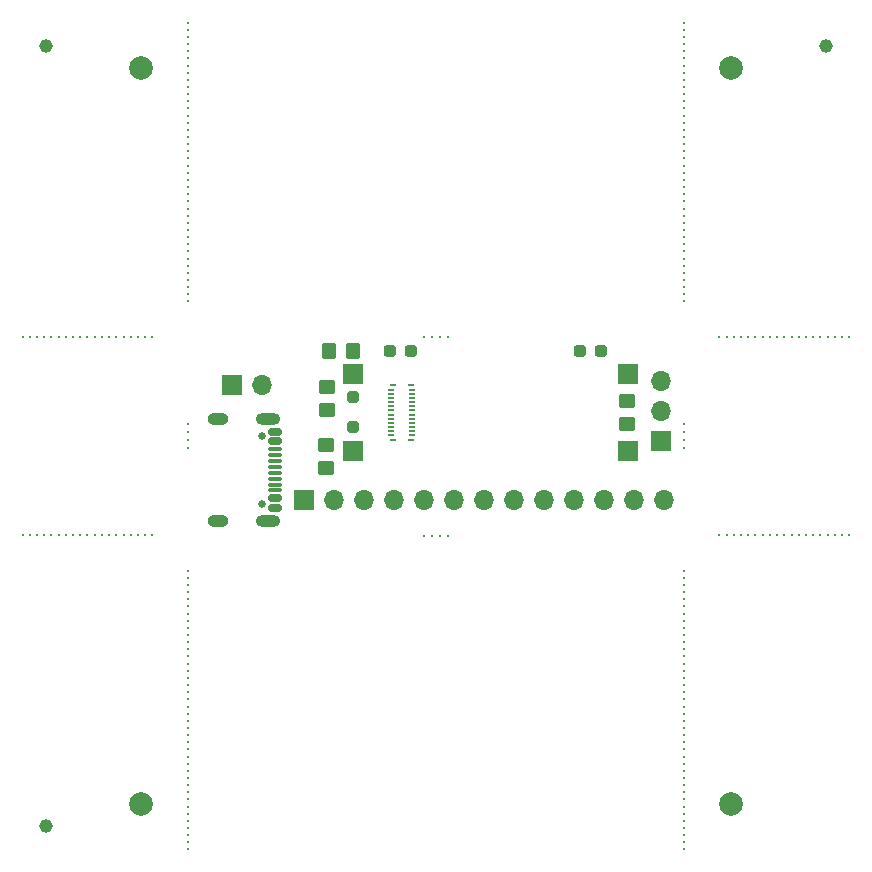
<source format=gts>
G04 #@! TF.GenerationSoftware,KiCad,Pcbnew,8.0.7*
G04 #@! TF.CreationDate,2025-01-11T17:44:09-05:00*
G04 #@! TF.ProjectId,panel,70616e65-6c2e-46b6-9963-61645f706362,rev?*
G04 #@! TF.SameCoordinates,Original*
G04 #@! TF.FileFunction,Soldermask,Top*
G04 #@! TF.FilePolarity,Negative*
%FSLAX46Y46*%
G04 Gerber Fmt 4.6, Leading zero omitted, Abs format (unit mm)*
G04 Created by KiCad (PCBNEW 8.0.7) date 2025-01-11 17:44:09*
%MOMM*%
%LPD*%
G01*
G04 APERTURE LIST*
G04 Aperture macros list*
%AMRoundRect*
0 Rectangle with rounded corners*
0 $1 Rounding radius*
0 $2 $3 $4 $5 $6 $7 $8 $9 X,Y pos of 4 corners*
0 Add a 4 corners polygon primitive as box body*
4,1,4,$2,$3,$4,$5,$6,$7,$8,$9,$2,$3,0*
0 Add four circle primitives for the rounded corners*
1,1,$1+$1,$2,$3*
1,1,$1+$1,$4,$5*
1,1,$1+$1,$6,$7*
1,1,$1+$1,$8,$9*
0 Add four rect primitives between the rounded corners*
20,1,$1+$1,$2,$3,$4,$5,0*
20,1,$1+$1,$4,$5,$6,$7,0*
20,1,$1+$1,$6,$7,$8,$9,0*
20,1,$1+$1,$8,$9,$2,$3,0*%
G04 Aperture macros list end*
%ADD10C,0.300000*%
%ADD11C,2.000000*%
%ADD12R,1.700000X1.700000*%
%ADD13O,1.700000X1.700000*%
%ADD14RoundRect,0.250000X0.450000X-0.350000X0.450000X0.350000X-0.450000X0.350000X-0.450000X-0.350000X0*%
%ADD15RoundRect,0.237500X0.287500X0.237500X-0.287500X0.237500X-0.287500X-0.237500X0.287500X-0.237500X0*%
%ADD16RoundRect,0.250000X-0.350000X-0.450000X0.350000X-0.450000X0.350000X0.450000X-0.350000X0.450000X0*%
%ADD17RoundRect,0.237500X-0.287500X-0.237500X0.287500X-0.237500X0.287500X0.237500X-0.287500X0.237500X0*%
%ADD18RoundRect,0.250000X0.250000X-0.250000X0.250000X0.250000X-0.250000X0.250000X-0.250000X-0.250000X0*%
%ADD19C,1.152000*%
%ADD20R,0.485000X0.180000*%
%ADD21R,0.535000X0.230000*%
%ADD22C,0.650000*%
%ADD23RoundRect,0.150000X-0.425000X0.150000X-0.425000X-0.150000X0.425000X-0.150000X0.425000X0.150000X0*%
%ADD24RoundRect,0.075000X-0.500000X0.075000X-0.500000X-0.075000X0.500000X-0.075000X0.500000X0.075000X0*%
%ADD25O,2.100000X1.000000*%
%ADD26O,1.800000X1.000000*%
G04 APERTURE END LIST*
D10*
G04 #@! TO.C,KiKit_MB_8_15*
X56000000Y-54871794D03*
G04 #@! TD*
G04 #@! TO.C,KiKit_MB_6_21*
X56000000Y-12102565D03*
G04 #@! TD*
G04 #@! TO.C,KiKit_MB_8_31*
X56000000Y-64553846D03*
G04 #@! TD*
G04 #@! TO.C,KiKit_MB_1_1*
X13970000Y-36000000D03*
G04 #@! TD*
G04 #@! TO.C,KiKit_MB_8_1*
X56000000Y-46400000D03*
G04 #@! TD*
G04 #@! TO.C,KiKit_MB_4_4*
X34000000Y-43430000D03*
G04 #@! TD*
G04 #@! TO.C,KiKit_MB_6_17*
X56000000Y-9682052D03*
G04 #@! TD*
G04 #@! TO.C,KiKit_MB_11_6*
X62055555Y-26600000D03*
G04 #@! TD*
G04 #@! TO.C,KiKit_MB_6_1*
X56000000Y0D03*
G04 #@! TD*
G04 #@! TO.C,KiKit_MB_8_18*
X56000000Y-56687179D03*
G04 #@! TD*
G04 #@! TO.C,KiKit_MB_7_30*
X14000000Y-63948717D03*
G04 #@! TD*
G04 #@! TO.C,KiKit_MB_7_22*
X14000000Y-59107692D03*
G04 #@! TD*
G04 #@! TO.C,KiKit_MB_11_4*
X60833333Y-26600000D03*
G04 #@! TD*
G04 #@! TO.C,KiKit_MB_5_8*
X14000000Y-4235898D03*
G04 #@! TD*
G04 #@! TO.C,KiKit_MB_8_2*
X56000000Y-47005128D03*
G04 #@! TD*
G04 #@! TO.C,KiKit_MB_9_6*
X3055556Y-26600000D03*
G04 #@! TD*
D11*
G04 #@! TO.C,KiKit_FID_T_3*
X10000000Y-66150000D03*
G04 #@! TD*
D10*
G04 #@! TO.C,KiKit_MB_8_33*
X56000000Y-65764102D03*
G04 #@! TD*
G04 #@! TO.C,KiKit_MB_5_28*
X14000000Y-16338462D03*
G04 #@! TD*
G04 #@! TO.C,KiKit_MB_8_13*
X56000000Y-53661538D03*
G04 #@! TD*
G04 #@! TO.C,KiKit_MB_6_35*
X56000000Y-20574359D03*
G04 #@! TD*
G04 #@! TO.C,KiKit_MB_11_9*
X63888888Y-26600000D03*
G04 #@! TD*
G04 #@! TO.C,KiKit_MB_4_1*
X36000000Y-43430000D03*
G04 #@! TD*
G04 #@! TO.C,KiKit_MB_8_36*
X56000000Y-67579487D03*
G04 #@! TD*
G04 #@! TO.C,KiKit_MB_7_38*
X14000000Y-68789743D03*
G04 #@! TD*
D12*
G04 #@! TO.C,J3*
X17730000Y-30670000D03*
D13*
X20270000Y-30670000D03*
G04 #@! TD*
D11*
G04 #@! TO.C,KiKit_FID_T_2*
X60000000Y-3850000D03*
G04 #@! TD*
D10*
G04 #@! TO.C,KiKit_MB_6_36*
X56000000Y-21179488D03*
G04 #@! TD*
G04 #@! TO.C,KiKit_MB_12_8*
X63277777Y-43400000D03*
G04 #@! TD*
G04 #@! TO.C,KiKit_MB_6_23*
X56000000Y-13312821D03*
G04 #@! TD*
G04 #@! TO.C,KiKit_MB_7_26*
X14000000Y-61528205D03*
G04 #@! TD*
G04 #@! TO.C,KiKit_MB_1_4*
X13970000Y-34000000D03*
G04 #@! TD*
G04 #@! TO.C,KiKit_MB_10_3*
X1222223Y-43400000D03*
G04 #@! TD*
G04 #@! TO.C,KiKit_MB_8_9*
X56000000Y-51241025D03*
G04 #@! TD*
D14*
G04 #@! TO.C,R1*
X25740000Y-32810000D03*
X25740000Y-30810000D03*
G04 #@! TD*
D10*
G04 #@! TO.C,KiKit_MB_10_18*
X10388889Y-43400000D03*
G04 #@! TD*
G04 #@! TO.C,KiKit_MB_6_15*
X56000000Y-8471795D03*
G04 #@! TD*
G04 #@! TO.C,KiKit_MB_7_29*
X14000000Y-63343589D03*
G04 #@! TD*
G04 #@! TO.C,KiKit_MB_7_6*
X14000000Y-49425641D03*
G04 #@! TD*
G04 #@! TO.C,KiKit_MB_9_8*
X4277778Y-26600000D03*
G04 #@! TD*
G04 #@! TO.C,KiKit_MB_5_17*
X14000000Y-9682052D03*
G04 #@! TD*
G04 #@! TO.C,KiKit_MB_7_3*
X14000000Y-47610256D03*
G04 #@! TD*
G04 #@! TO.C,KiKit_MB_6_10*
X56000000Y-5446154D03*
G04 #@! TD*
G04 #@! TO.C,KiKit_MB_11_8*
X63277777Y-26600000D03*
G04 #@! TD*
G04 #@! TO.C,KiKit_MB_7_40*
X14000000Y-70000000D03*
G04 #@! TD*
G04 #@! TO.C,KiKit_MB_6_13*
X56000000Y-7261539D03*
G04 #@! TD*
G04 #@! TO.C,KiKit_MB_10_15*
X8555556Y-43400000D03*
G04 #@! TD*
G04 #@! TO.C,KiKit_MB_7_16*
X14000000Y-55476923D03*
G04 #@! TD*
G04 #@! TO.C,KiKit_MB_9_11*
X6111112Y-26600000D03*
G04 #@! TD*
G04 #@! TO.C,KiKit_MB_6_27*
X56000000Y-15733334D03*
G04 #@! TD*
G04 #@! TO.C,KiKit_MB_9_12*
X6722223Y-26600000D03*
G04 #@! TD*
G04 #@! TO.C,KiKit_MB_7_27*
X14000000Y-62133333D03*
G04 #@! TD*
G04 #@! TO.C,KiKit_MB_12_1*
X59000000Y-43400000D03*
G04 #@! TD*
D15*
G04 #@! TO.C,D2*
X32875000Y-27800000D03*
X31125000Y-27800000D03*
G04 #@! TD*
D10*
G04 #@! TO.C,KiKit_MB_7_10*
X14000000Y-51846153D03*
G04 #@! TD*
G04 #@! TO.C,KiKit_MB_8_38*
X56000000Y-68789743D03*
G04 #@! TD*
G04 #@! TO.C,KiKit_MB_5_35*
X14000000Y-20574359D03*
G04 #@! TD*
D16*
G04 #@! TO.C,R3*
X25950000Y-27790000D03*
X27950000Y-27790000D03*
G04 #@! TD*
D10*
G04 #@! TO.C,KiKit_MB_7_12*
X14000000Y-53056410D03*
G04 #@! TD*
G04 #@! TO.C,KiKit_MB_6_30*
X56000000Y-17548718D03*
G04 #@! TD*
G04 #@! TO.C,KiKit_MB_9_4*
X1833334Y-26600000D03*
G04 #@! TD*
D17*
G04 #@! TO.C,D3*
X47225000Y-27800000D03*
X48975000Y-27800000D03*
G04 #@! TD*
D10*
G04 #@! TO.C,KiKit_MB_8_12*
X56000000Y-53056410D03*
G04 #@! TD*
G04 #@! TO.C,KiKit_MB_5_11*
X14000000Y-6051283D03*
G04 #@! TD*
G04 #@! TO.C,KiKit_MB_8_29*
X56000000Y-63343589D03*
G04 #@! TD*
G04 #@! TO.C,KiKit_MB_5_3*
X14000000Y-1210257D03*
G04 #@! TD*
G04 #@! TO.C,KiKit_MB_10_11*
X6111112Y-43400000D03*
G04 #@! TD*
G04 #@! TO.C,KiKit_MB_12_18*
X69388888Y-43400000D03*
G04 #@! TD*
G04 #@! TO.C,KiKit_MB_7_31*
X14000000Y-64553846D03*
G04 #@! TD*
G04 #@! TO.C,KiKit_MB_9_10*
X5500000Y-26600000D03*
G04 #@! TD*
G04 #@! TO.C,KiKit_MB_10_6*
X3055556Y-43400000D03*
G04 #@! TD*
G04 #@! TO.C,KiKit_MB_6_25*
X56000000Y-14523077D03*
G04 #@! TD*
G04 #@! TO.C,KiKit_MB_6_12*
X56000000Y-6656411D03*
G04 #@! TD*
G04 #@! TO.C,KiKit_MB_7_14*
X14000000Y-54266666D03*
G04 #@! TD*
G04 #@! TO.C,KiKit_MB_12_2*
X59611111Y-43400000D03*
G04 #@! TD*
G04 #@! TO.C,KiKit_MB_8_27*
X56000000Y-62133333D03*
G04 #@! TD*
G04 #@! TO.C,KiKit_MB_5_29*
X14000000Y-16943590D03*
G04 #@! TD*
G04 #@! TO.C,KiKit_MB_5_7*
X14000000Y-3630770D03*
G04 #@! TD*
G04 #@! TO.C,KiKit_MB_6_33*
X56000000Y-19364103D03*
G04 #@! TD*
G04 #@! TO.C,KiKit_MB_7_33*
X14000000Y-65764102D03*
G04 #@! TD*
G04 #@! TO.C,KiKit_MB_9_9*
X4888889Y-26600000D03*
G04 #@! TD*
G04 #@! TO.C,KiKit_MB_7_19*
X14000000Y-57292307D03*
G04 #@! TD*
G04 #@! TO.C,KiKit_MB_6_24*
X56000000Y-13917949D03*
G04 #@! TD*
G04 #@! TO.C,KiKit_MB_12_16*
X68166666Y-43400000D03*
G04 #@! TD*
G04 #@! TO.C,KiKit_MB_5_37*
X14000000Y-21784616D03*
G04 #@! TD*
D11*
G04 #@! TO.C,KiKit_FID_T_4*
X60000000Y-66150000D03*
G04 #@! TD*
D10*
G04 #@! TO.C,KiKit_MB_7_24*
X14000000Y-60317948D03*
G04 #@! TD*
G04 #@! TO.C,KiKit_MB_12_6*
X62055555Y-43400000D03*
G04 #@! TD*
G04 #@! TO.C,KiKit_MB_7_34*
X14000000Y-66369230D03*
G04 #@! TD*
G04 #@! TO.C,KiKit_MB_7_25*
X14000000Y-60923076D03*
G04 #@! TD*
G04 #@! TO.C,KiKit_MB_4_2*
X35333333Y-43430000D03*
G04 #@! TD*
G04 #@! TO.C,KiKit_MB_10_4*
X1833334Y-43400000D03*
G04 #@! TD*
G04 #@! TO.C,KiKit_MB_6_34*
X56000000Y-19969231D03*
G04 #@! TD*
G04 #@! TO.C,KiKit_MB_10_1*
X0Y-43400000D03*
G04 #@! TD*
G04 #@! TO.C,KiKit_MB_11_14*
X66944444Y-26600000D03*
G04 #@! TD*
G04 #@! TO.C,KiKit_MB_8_4*
X56000000Y-48215384D03*
G04 #@! TD*
G04 #@! TO.C,KiKit_MB_5_9*
X14000000Y-4841026D03*
G04 #@! TD*
G04 #@! TO.C,KiKit_MB_3_4*
X36000000Y-26570000D03*
G04 #@! TD*
G04 #@! TO.C,KiKit_MB_9_5*
X2444445Y-26600000D03*
G04 #@! TD*
G04 #@! TO.C,KiKit_MB_7_15*
X14000000Y-54871794D03*
G04 #@! TD*
G04 #@! TO.C,KiKit_MB_11_13*
X66333333Y-26600000D03*
G04 #@! TD*
G04 #@! TO.C,KiKit_MB_5_21*
X14000000Y-12102565D03*
G04 #@! TD*
G04 #@! TO.C,KiKit_MB_7_35*
X14000000Y-66974358D03*
G04 #@! TD*
G04 #@! TO.C,KiKit_MB_11_3*
X60222222Y-26600000D03*
G04 #@! TD*
G04 #@! TO.C,KiKit_MB_11_19*
X70000000Y-26600000D03*
G04 #@! TD*
G04 #@! TO.C,KiKit_MB_5_18*
X14000000Y-10287180D03*
G04 #@! TD*
G04 #@! TO.C,KiKit_MB_6_29*
X56000000Y-16943590D03*
G04 #@! TD*
G04 #@! TO.C,KiKit_MB_5_25*
X14000000Y-14523077D03*
G04 #@! TD*
G04 #@! TO.C,KiKit_MB_5_30*
X14000000Y-17548718D03*
G04 #@! TD*
G04 #@! TO.C,KiKit_MB_8_23*
X56000000Y-59712820D03*
G04 #@! TD*
G04 #@! TO.C,KiKit_MB_6_16*
X56000000Y-9076924D03*
G04 #@! TD*
G04 #@! TO.C,KiKit_MB_6_31*
X56000000Y-18153847D03*
G04 #@! TD*
G04 #@! TO.C,KiKit_MB_6_14*
X56000000Y-7866667D03*
G04 #@! TD*
G04 #@! TO.C,KiKit_MB_7_11*
X14000000Y-52451282D03*
G04 #@! TD*
G04 #@! TO.C,KiKit_MB_11_2*
X59611111Y-26600000D03*
G04 #@! TD*
G04 #@! TO.C,KiKit_MB_6_11*
X56000000Y-6051283D03*
G04 #@! TD*
G04 #@! TO.C,KiKit_MB_8_24*
X56000000Y-60317948D03*
G04 #@! TD*
D18*
G04 #@! TO.C,D1*
X27950000Y-34230000D03*
X27950000Y-31730000D03*
G04 #@! TD*
D10*
G04 #@! TO.C,KiKit_MB_6_9*
X56000000Y-4841026D03*
G04 #@! TD*
D14*
G04 #@! TO.C,R4*
X51200000Y-34010000D03*
X51200000Y-32010000D03*
G04 #@! TD*
D10*
G04 #@! TO.C,KiKit_MB_6_7*
X56000000Y-3630770D03*
G04 #@! TD*
G04 #@! TO.C,KiKit_MB_10_9*
X4888889Y-43400000D03*
G04 #@! TD*
G04 #@! TO.C,KiKit_MB_6_39*
X56000000Y-22994872D03*
G04 #@! TD*
G04 #@! TO.C,KiKit_MB_6_37*
X56000000Y-21784616D03*
G04 #@! TD*
G04 #@! TO.C,KiKit_MB_6_6*
X56000000Y-3025642D03*
G04 #@! TD*
G04 #@! TO.C,KiKit_MB_10_2*
X611112Y-43400000D03*
G04 #@! TD*
G04 #@! TO.C,KiKit_MB_5_31*
X14000000Y-18153847D03*
G04 #@! TD*
G04 #@! TO.C,KiKit_MB_10_5*
X2444445Y-43400000D03*
G04 #@! TD*
G04 #@! TO.C,KiKit_MB_12_7*
X62666666Y-43400000D03*
G04 #@! TD*
G04 #@! TO.C,KiKit_MB_8_6*
X56000000Y-49425641D03*
G04 #@! TD*
G04 #@! TO.C,KiKit_MB_8_21*
X56000000Y-58502564D03*
G04 #@! TD*
G04 #@! TO.C,KiKit_MB_5_23*
X14000000Y-13312821D03*
G04 #@! TD*
G04 #@! TO.C,KiKit_MB_6_32*
X56000000Y-18758975D03*
G04 #@! TD*
G04 #@! TO.C,KiKit_MB_10_19*
X11000000Y-43400000D03*
G04 #@! TD*
G04 #@! TO.C,KiKit_MB_5_2*
X14000000Y-605129D03*
G04 #@! TD*
G04 #@! TO.C,KiKit_MB_5_40*
X14000000Y-23600000D03*
G04 #@! TD*
G04 #@! TO.C,KiKit_MB_8_32*
X56000000Y-65158974D03*
G04 #@! TD*
G04 #@! TO.C,KiKit_MB_5_39*
X14000000Y-22994872D03*
G04 #@! TD*
G04 #@! TO.C,KiKit_MB_6_38*
X56000000Y-22389744D03*
G04 #@! TD*
G04 #@! TO.C,KiKit_MB_11_1*
X59000000Y-26600000D03*
G04 #@! TD*
G04 #@! TO.C,KiKit_MB_5_19*
X14000000Y-10892308D03*
G04 #@! TD*
G04 #@! TO.C,KiKit_MB_6_5*
X56000000Y-2420513D03*
G04 #@! TD*
G04 #@! TO.C,KiKit_MB_9_19*
X11000000Y-26600000D03*
G04 #@! TD*
G04 #@! TO.C,KiKit_MB_5_22*
X14000000Y-12707693D03*
G04 #@! TD*
G04 #@! TO.C,KiKit_MB_8_39*
X56000000Y-69394871D03*
G04 #@! TD*
G04 #@! TO.C,KiKit_MB_3_1*
X34000000Y-26570000D03*
G04 #@! TD*
G04 #@! TO.C,KiKit_MB_9_7*
X3666667Y-26600000D03*
G04 #@! TD*
G04 #@! TO.C,KiKit_MB_7_39*
X14000000Y-69394871D03*
G04 #@! TD*
G04 #@! TO.C,KiKit_MB_5_20*
X14000000Y-11497436D03*
G04 #@! TD*
G04 #@! TO.C,KiKit_MB_7_5*
X14000000Y-48820512D03*
G04 #@! TD*
G04 #@! TO.C,KiKit_MB_10_17*
X9777778Y-43400000D03*
G04 #@! TD*
G04 #@! TO.C,KiKit_MB_6_20*
X56000000Y-11497436D03*
G04 #@! TD*
G04 #@! TO.C,KiKit_MB_5_36*
X14000000Y-21179488D03*
G04 #@! TD*
G04 #@! TO.C,KiKit_MB_8_34*
X56000000Y-66369230D03*
G04 #@! TD*
D19*
G04 #@! TO.C,KiKit_TO_1*
X2000000Y-2000000D03*
G04 #@! TD*
D10*
G04 #@! TO.C,KiKit_MB_4_3*
X34666667Y-43430000D03*
G04 #@! TD*
G04 #@! TO.C,KiKit_MB_11_11*
X65111111Y-26600000D03*
G04 #@! TD*
G04 #@! TO.C,KiKit_MB_11_15*
X67555555Y-26600000D03*
G04 #@! TD*
D20*
G04 #@! TO.C,J1*
X33007000Y-31075000D03*
X33007000Y-31425000D03*
X33007000Y-31775000D03*
X33007000Y-32125000D03*
X33007000Y-32475000D03*
X33007000Y-32825000D03*
X33007000Y-33175000D03*
X33007000Y-33525000D03*
X33007000Y-33875000D03*
X33007000Y-34225000D03*
X33007000Y-34575000D03*
X33007000Y-34925000D03*
X31192000Y-34925000D03*
X31192000Y-34575000D03*
X31192000Y-34225000D03*
X31192000Y-33875000D03*
X31192000Y-33525000D03*
X31192000Y-33175000D03*
X31192000Y-32825000D03*
X31192000Y-32475000D03*
X31192000Y-32125000D03*
X31192000Y-31775000D03*
X31192000Y-31425000D03*
X31192000Y-31075000D03*
D21*
X32868000Y-30700000D03*
X31332000Y-30700000D03*
X32868000Y-35300000D03*
X31332000Y-35300000D03*
G04 #@! TD*
D10*
G04 #@! TO.C,KiKit_MB_10_14*
X7944445Y-43400000D03*
G04 #@! TD*
G04 #@! TO.C,KiKit_MB_2_1*
X56030000Y-34000000D03*
G04 #@! TD*
G04 #@! TO.C,KiKit_MB_9_3*
X1222223Y-26600000D03*
G04 #@! TD*
G04 #@! TO.C,KiKit_MB_8_14*
X56000000Y-54266666D03*
G04 #@! TD*
G04 #@! TO.C,KiKit_MB_12_12*
X65722222Y-43400000D03*
G04 #@! TD*
G04 #@! TO.C,KiKit_MB_8_35*
X56000000Y-66974358D03*
G04 #@! TD*
G04 #@! TO.C,KiKit_MB_12_3*
X60222222Y-43400000D03*
G04 #@! TD*
D22*
G04 #@! TO.C,P1*
X20265000Y-34960000D03*
X20265000Y-40740000D03*
D23*
X21340000Y-34650000D03*
X21340000Y-35450000D03*
D24*
X21340000Y-36600000D03*
X21340000Y-37600000D03*
X21340000Y-38100000D03*
X21340000Y-39100000D03*
D23*
X21340000Y-40250000D03*
X21340000Y-41050000D03*
X21340000Y-41050000D03*
X21340000Y-40250000D03*
D24*
X21340000Y-39600000D03*
X21340000Y-38600000D03*
X21340000Y-37100000D03*
X21340000Y-36100000D03*
D23*
X21340000Y-35450000D03*
X21340000Y-34650000D03*
D25*
X20765000Y-33530000D03*
D26*
X16585000Y-33530000D03*
D25*
X20765000Y-42170000D03*
D26*
X16585000Y-42170000D03*
G04 #@! TD*
D10*
G04 #@! TO.C,KiKit_MB_8_11*
X56000000Y-52451282D03*
G04 #@! TD*
G04 #@! TO.C,KiKit_MB_11_12*
X65722222Y-26600000D03*
G04 #@! TD*
G04 #@! TO.C,KiKit_MB_6_40*
X56000000Y-23600000D03*
G04 #@! TD*
G04 #@! TO.C,KiKit_MB_12_19*
X70000000Y-43400000D03*
G04 #@! TD*
G04 #@! TO.C,KiKit_MB_11_5*
X61444444Y-26600000D03*
G04 #@! TD*
G04 #@! TO.C,KiKit_MB_5_27*
X14000000Y-15733334D03*
G04 #@! TD*
G04 #@! TO.C,KiKit_MB_9_18*
X10388889Y-26600000D03*
G04 #@! TD*
G04 #@! TO.C,KiKit_MB_7_4*
X14000000Y-48215384D03*
G04 #@! TD*
G04 #@! TO.C,KiKit_MB_8_3*
X56000000Y-47610256D03*
G04 #@! TD*
G04 #@! TO.C,KiKit_MB_6_3*
X56000000Y-1210257D03*
G04 #@! TD*
G04 #@! TO.C,KiKit_MB_6_26*
X56000000Y-15128206D03*
G04 #@! TD*
G04 #@! TO.C,KiKit_MB_7_1*
X14000000Y-46400000D03*
G04 #@! TD*
G04 #@! TO.C,KiKit_MB_5_12*
X14000000Y-6656411D03*
G04 #@! TD*
G04 #@! TO.C,KiKit_MB_5_6*
X14000000Y-3025642D03*
G04 #@! TD*
G04 #@! TO.C,KiKit_MB_7_9*
X14000000Y-51241025D03*
G04 #@! TD*
G04 #@! TO.C,KiKit_MB_8_7*
X56000000Y-50030769D03*
G04 #@! TD*
G04 #@! TO.C,KiKit_MB_7_13*
X14000000Y-53661538D03*
G04 #@! TD*
G04 #@! TO.C,KiKit_MB_11_16*
X68166666Y-26600000D03*
G04 #@! TD*
G04 #@! TO.C,KiKit_MB_10_7*
X3666667Y-43400000D03*
G04 #@! TD*
G04 #@! TO.C,KiKit_MB_6_18*
X56000000Y-10287180D03*
G04 #@! TD*
G04 #@! TO.C,KiKit_MB_10_12*
X6722223Y-43400000D03*
G04 #@! TD*
G04 #@! TO.C,KiKit_MB_5_38*
X14000000Y-22389744D03*
G04 #@! TD*
G04 #@! TO.C,KiKit_MB_2_3*
X56030000Y-35333333D03*
G04 #@! TD*
G04 #@! TO.C,KiKit_MB_8_5*
X56000000Y-48820512D03*
G04 #@! TD*
G04 #@! TO.C,KiKit_MB_9_16*
X9166667Y-26600000D03*
G04 #@! TD*
G04 #@! TO.C,KiKit_MB_6_2*
X56000000Y-605129D03*
G04 #@! TD*
G04 #@! TO.C,KiKit_MB_5_32*
X14000000Y-18758975D03*
G04 #@! TD*
G04 #@! TO.C,KiKit_MB_5_5*
X14000000Y-2420513D03*
G04 #@! TD*
G04 #@! TO.C,KiKit_MB_9_2*
X611112Y-26600000D03*
G04 #@! TD*
G04 #@! TO.C,KiKit_MB_5_13*
X14000000Y-7261539D03*
G04 #@! TD*
G04 #@! TO.C,KiKit_MB_12_11*
X65111111Y-43400000D03*
G04 #@! TD*
G04 #@! TO.C,KiKit_MB_8_28*
X56000000Y-62738461D03*
G04 #@! TD*
G04 #@! TO.C,KiKit_MB_5_16*
X14000000Y-9076924D03*
G04 #@! TD*
G04 #@! TO.C,KiKit_MB_7_36*
X14000000Y-67579487D03*
G04 #@! TD*
G04 #@! TO.C,KiKit_MB_8_8*
X56000000Y-50635897D03*
G04 #@! TD*
G04 #@! TO.C,KiKit_MB_6_19*
X56000000Y-10892308D03*
G04 #@! TD*
G04 #@! TO.C,KiKit_MB_7_32*
X14000000Y-65158974D03*
G04 #@! TD*
G04 #@! TO.C,KiKit_MB_9_15*
X8555556Y-26600000D03*
G04 #@! TD*
D19*
G04 #@! TO.C,KiKit_TO_2*
X68000000Y-2000000D03*
G04 #@! TD*
D10*
G04 #@! TO.C,KiKit_MB_7_23*
X14000000Y-59712820D03*
G04 #@! TD*
G04 #@! TO.C,KiKit_MB_8_20*
X56000000Y-57897435D03*
G04 #@! TD*
G04 #@! TO.C,KiKit_MB_9_13*
X7333334Y-26600000D03*
G04 #@! TD*
G04 #@! TO.C,KiKit_MB_5_10*
X14000000Y-5446154D03*
G04 #@! TD*
G04 #@! TO.C,KiKit_MB_10_10*
X5500000Y-43400000D03*
G04 #@! TD*
G04 #@! TO.C,KiKit_MB_8_25*
X56000000Y-60923076D03*
G04 #@! TD*
G04 #@! TO.C,KiKit_MB_5_24*
X14000000Y-13917949D03*
G04 #@! TD*
G04 #@! TO.C,KiKit_MB_5_14*
X14000000Y-7866667D03*
G04 #@! TD*
G04 #@! TO.C,KiKit_MB_12_15*
X67555555Y-43400000D03*
G04 #@! TD*
D12*
G04 #@! TO.C,J4*
X23800000Y-40380000D03*
D13*
X26340000Y-40380000D03*
X28880000Y-40380000D03*
X31420000Y-40380000D03*
X33960000Y-40380000D03*
X36500000Y-40380000D03*
X39040000Y-40380000D03*
X41580000Y-40380000D03*
X44120000Y-40380000D03*
X46660000Y-40380000D03*
X49200000Y-40380000D03*
X51740000Y-40380000D03*
X54280000Y-40380000D03*
G04 #@! TD*
D10*
G04 #@! TO.C,KiKit_MB_3_2*
X34666667Y-26570000D03*
G04 #@! TD*
G04 #@! TO.C,KiKit_MB_7_21*
X14000000Y-58502564D03*
G04 #@! TD*
G04 #@! TO.C,KiKit_MB_10_8*
X4277778Y-43400000D03*
G04 #@! TD*
G04 #@! TO.C,KiKit_MB_5_34*
X14000000Y-19969231D03*
G04 #@! TD*
G04 #@! TO.C,KiKit_MB_7_17*
X14000000Y-56082051D03*
G04 #@! TD*
G04 #@! TO.C,KiKit_MB_7_37*
X14000000Y-68184615D03*
G04 #@! TD*
G04 #@! TO.C,KiKit_MB_8_10*
X56000000Y-51846153D03*
G04 #@! TD*
G04 #@! TO.C,KiKit_MB_12_17*
X68777777Y-43400000D03*
G04 #@! TD*
G04 #@! TO.C,KiKit_MB_11_18*
X69388888Y-26600000D03*
G04 #@! TD*
G04 #@! TO.C,KiKit_MB_7_8*
X14000000Y-50635897D03*
G04 #@! TD*
G04 #@! TO.C,KiKit_MB_10_16*
X9166667Y-43400000D03*
G04 #@! TD*
G04 #@! TO.C,KiKit_MB_2_4*
X56030000Y-36000000D03*
G04 #@! TD*
G04 #@! TO.C,KiKit_MB_8_19*
X56000000Y-57292307D03*
G04 #@! TD*
G04 #@! TO.C,KiKit_MB_10_13*
X7333334Y-43400000D03*
G04 #@! TD*
G04 #@! TO.C,KiKit_MB_12_14*
X66944444Y-43400000D03*
G04 #@! TD*
G04 #@! TO.C,KiKit_MB_5_33*
X14000000Y-19364103D03*
G04 #@! TD*
G04 #@! TO.C,KiKit_MB_11_10*
X64500000Y-26600000D03*
G04 #@! TD*
G04 #@! TO.C,KiKit_MB_8_22*
X56000000Y-59107692D03*
G04 #@! TD*
G04 #@! TO.C,KiKit_MB_12_5*
X61444444Y-43400000D03*
G04 #@! TD*
G04 #@! TO.C,KiKit_MB_8_40*
X56000000Y-70000000D03*
G04 #@! TD*
G04 #@! TO.C,KiKit_MB_11_17*
X68777777Y-26600000D03*
G04 #@! TD*
D19*
G04 #@! TO.C,KiKit_TO_3*
X2000000Y-68000000D03*
G04 #@! TD*
D11*
G04 #@! TO.C,KiKit_FID_T_1*
X10000000Y-3850000D03*
G04 #@! TD*
D10*
G04 #@! TO.C,KiKit_MB_6_28*
X56000000Y-16338462D03*
G04 #@! TD*
G04 #@! TO.C,KiKit_MB_12_4*
X60833333Y-43400000D03*
G04 #@! TD*
G04 #@! TO.C,KiKit_MB_8_17*
X56000000Y-56082051D03*
G04 #@! TD*
G04 #@! TO.C,KiKit_MB_7_20*
X14000000Y-57897435D03*
G04 #@! TD*
G04 #@! TO.C,KiKit_MB_1_2*
X13970000Y-35333333D03*
G04 #@! TD*
D14*
G04 #@! TO.C,R2*
X25710000Y-37730000D03*
X25710000Y-35730000D03*
G04 #@! TD*
D10*
G04 #@! TO.C,KiKit_MB_9_1*
X0Y-26600000D03*
G04 #@! TD*
G04 #@! TO.C,KiKit_MB_9_17*
X9777778Y-26600000D03*
G04 #@! TD*
G04 #@! TO.C,KiKit_MB_8_30*
X56000000Y-63948717D03*
G04 #@! TD*
G04 #@! TO.C,KiKit_MB_1_3*
X13970000Y-34666667D03*
G04 #@! TD*
G04 #@! TO.C,KiKit_MB_2_2*
X56030000Y-34666667D03*
G04 #@! TD*
G04 #@! TO.C,KiKit_MB_5_4*
X14000000Y-1815385D03*
G04 #@! TD*
G04 #@! TO.C,KiKit_MB_3_3*
X35333333Y-26570000D03*
G04 #@! TD*
G04 #@! TO.C,KiKit_MB_12_9*
X63888888Y-43400000D03*
G04 #@! TD*
G04 #@! TO.C,KiKit_MB_6_8*
X56000000Y-4235898D03*
G04 #@! TD*
G04 #@! TO.C,KiKit_MB_5_26*
X14000000Y-15128206D03*
G04 #@! TD*
G04 #@! TO.C,KiKit_MB_11_7*
X62666666Y-26600000D03*
G04 #@! TD*
G04 #@! TO.C,KiKit_MB_6_4*
X56000000Y-1815385D03*
G04 #@! TD*
G04 #@! TO.C,KiKit_MB_9_14*
X7944445Y-26600000D03*
G04 #@! TD*
G04 #@! TO.C,KiKit_MB_5_1*
X14000000Y0D03*
G04 #@! TD*
D12*
G04 #@! TO.C,J2*
X54050000Y-35450000D03*
D13*
X54050000Y-32910000D03*
X54050000Y-30370000D03*
G04 #@! TD*
D10*
G04 #@! TO.C,KiKit_MB_7_28*
X14000000Y-62738461D03*
G04 #@! TD*
G04 #@! TO.C,KiKit_MB_6_22*
X56000000Y-12707693D03*
G04 #@! TD*
G04 #@! TO.C,KiKit_MB_7_7*
X14000000Y-50030769D03*
G04 #@! TD*
G04 #@! TO.C,KiKit_MB_8_37*
X56000000Y-68184615D03*
G04 #@! TD*
G04 #@! TO.C,KiKit_MB_12_10*
X64500000Y-43400000D03*
G04 #@! TD*
G04 #@! TO.C,KiKit_MB_5_15*
X14000000Y-8471795D03*
G04 #@! TD*
G04 #@! TO.C,KiKit_MB_7_2*
X14000000Y-47005128D03*
G04 #@! TD*
G04 #@! TO.C,KiKit_MB_12_13*
X66333333Y-43400000D03*
G04 #@! TD*
G04 #@! TO.C,KiKit_MB_7_18*
X14000000Y-56687179D03*
G04 #@! TD*
G04 #@! TO.C,KiKit_MB_8_26*
X56000000Y-61528205D03*
G04 #@! TD*
G04 #@! TO.C,KiKit_MB_8_16*
X56000000Y-55476923D03*
G04 #@! TD*
D12*
G04 #@! TO.C,J8*
X51250000Y-29750000D03*
X27950000Y-29750000D03*
X51250000Y-36250000D03*
X27950000Y-36250000D03*
G04 #@! TD*
M02*

</source>
